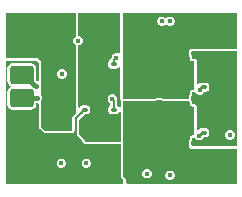
<source format=gbl>
G04*
G04 #@! TF.GenerationSoftware,Altium Limited,Altium Designer,21.8.1 (53)*
G04*
G04 Layer_Physical_Order=4*
G04 Layer_Color=16711680*
%FSLAX25Y25*%
%MOIN*%
G70*
G04*
G04 #@! TF.SameCoordinates,FA860FD0-AEA4-4FFE-92F8-4FAB6C871CC1*
G04*
G04*
G04 #@! TF.FilePolarity,Positive*
G04*
G01*
G75*
%ADD10C,0.00787*%
G04:AMPARAMS|DCode=18|XSize=23.62mil|YSize=25.59mil|CornerRadius=3.9mil|HoleSize=0mil|Usage=FLASHONLY|Rotation=270.000|XOffset=0mil|YOffset=0mil|HoleType=Round|Shape=RoundedRectangle|*
%AMROUNDEDRECTD18*
21,1,0.02362,0.01780,0,0,270.0*
21,1,0.01583,0.02559,0,0,270.0*
1,1,0.00780,-0.00890,-0.00791*
1,1,0.00780,-0.00890,0.00791*
1,1,0.00780,0.00890,0.00791*
1,1,0.00780,0.00890,-0.00791*
%
%ADD18ROUNDEDRECTD18*%
%ADD39C,0.01575*%
%ADD41C,0.01575*%
G04:AMPARAMS|DCode=42|XSize=19.68mil|YSize=13.78mil|CornerRadius=2mil|HoleSize=0mil|Usage=FLASHONLY|Rotation=180.000|XOffset=0mil|YOffset=0mil|HoleType=Round|Shape=RoundedRectangle|*
%AMROUNDEDRECTD42*
21,1,0.01968,0.00978,0,0,180.0*
21,1,0.01569,0.01378,0,0,180.0*
1,1,0.00400,-0.00784,0.00489*
1,1,0.00400,0.00784,0.00489*
1,1,0.00400,0.00784,-0.00489*
1,1,0.00400,-0.00784,-0.00489*
%
%ADD42ROUNDEDRECTD42*%
G04:AMPARAMS|DCode=43|XSize=19.68mil|YSize=15.75mil|CornerRadius=2.28mil|HoleSize=0mil|Usage=FLASHONLY|Rotation=180.000|XOffset=0mil|YOffset=0mil|HoleType=Round|Shape=RoundedRectangle|*
%AMROUNDEDRECTD43*
21,1,0.01968,0.01118,0,0,180.0*
21,1,0.01512,0.01575,0,0,180.0*
1,1,0.00457,-0.00756,0.00559*
1,1,0.00457,0.00756,0.00559*
1,1,0.00457,0.00756,-0.00559*
1,1,0.00457,-0.00756,-0.00559*
%
%ADD43ROUNDEDRECTD43*%
G04:AMPARAMS|DCode=44|XSize=78.74mil|YSize=59.06mil|CornerRadius=7.38mil|HoleSize=0mil|Usage=FLASHONLY|Rotation=0.000|XOffset=0mil|YOffset=0mil|HoleType=Round|Shape=RoundedRectangle|*
%AMROUNDEDRECTD44*
21,1,0.07874,0.04429,0,0,0.0*
21,1,0.06398,0.05906,0,0,0.0*
1,1,0.01476,0.03199,-0.02215*
1,1,0.01476,-0.03199,-0.02215*
1,1,0.01476,-0.03199,0.02215*
1,1,0.01476,0.03199,0.02215*
%
%ADD44ROUNDEDRECTD44*%
G04:AMPARAMS|DCode=45|XSize=157.48mil|YSize=98.43mil|CornerRadius=12.3mil|HoleSize=0mil|Usage=FLASHONLY|Rotation=0.000|XOffset=0mil|YOffset=0mil|HoleType=Round|Shape=RoundedRectangle|*
%AMROUNDEDRECTD45*
21,1,0.15748,0.07382,0,0,0.0*
21,1,0.13287,0.09843,0,0,0.0*
1,1,0.02461,0.06644,-0.03691*
1,1,0.02461,-0.06644,-0.03691*
1,1,0.02461,-0.06644,0.03691*
1,1,0.02461,0.06644,0.03691*
%
%ADD45ROUNDEDRECTD45*%
G04:AMPARAMS|DCode=46|XSize=157.48mil|YSize=118.11mil|CornerRadius=14.76mil|HoleSize=0mil|Usage=FLASHONLY|Rotation=180.000|XOffset=0mil|YOffset=0mil|HoleType=Round|Shape=RoundedRectangle|*
%AMROUNDEDRECTD46*
21,1,0.15748,0.08858,0,0,180.0*
21,1,0.12795,0.11811,0,0,180.0*
1,1,0.02953,-0.06398,0.04429*
1,1,0.02953,0.06398,0.04429*
1,1,0.02953,0.06398,-0.04429*
1,1,0.02953,-0.06398,-0.04429*
%
%ADD46ROUNDEDRECTD46*%
G36*
X38965Y15189D02*
X38465Y14965D01*
X38009Y15154D01*
X37384D01*
X36807Y14914D01*
X36365Y14472D01*
X36126Y13895D01*
Y13710D01*
X36122Y13705D01*
X35958Y13542D01*
X35698Y13152D01*
X35633Y12826D01*
X35318Y12615D01*
X35100Y12290D01*
X35024Y11907D01*
Y10928D01*
X35100Y10544D01*
X35318Y10219D01*
X35643Y10002D01*
X36027Y9926D01*
X37595D01*
X37979Y10002D01*
X38304Y10219D01*
X38465Y10460D01*
X38859Y10417D01*
X38965Y10377D01*
Y-20D01*
X38980Y-97D01*
Y-176D01*
X38995Y-248D01*
X38995Y-248D01*
Y-248D01*
X39025Y-321D01*
X39026Y-325D01*
X39028Y-329D01*
X39030Y-334D01*
X39044Y-404D01*
X39084Y-464D01*
X39114Y-536D01*
X39114Y-536D01*
X39114Y-536D01*
X39118Y-542D01*
X39151Y-575D01*
X39140Y-592D01*
X39125Y-669D01*
X39094Y-741D01*
X39079Y-820D01*
X39079Y-899D01*
X39063Y-976D01*
Y-2657D01*
X39044Y-2756D01*
Y-2929D01*
X38544Y-2978D01*
X38522Y-2867D01*
X38304Y-2542D01*
X38011Y-2346D01*
Y-830D01*
X37920Y-371D01*
X37854Y-272D01*
Y224D01*
X37615Y801D01*
X37173Y1243D01*
X36595Y1482D01*
X35970D01*
X35393Y1243D01*
X34951Y801D01*
X34712Y224D01*
Y-401D01*
X34951Y-979D01*
X35393Y-1420D01*
X35611Y-1511D01*
Y-2346D01*
X35318Y-2542D01*
X35100Y-2867D01*
X35024Y-3251D01*
Y-4229D01*
X35100Y-4613D01*
X35318Y-4938D01*
X35643Y-5156D01*
X36027Y-5232D01*
X37595D01*
X37979Y-5156D01*
X38304Y-4938D01*
X38522Y-4613D01*
X38544Y-4502D01*
X39044Y-4552D01*
Y-12402D01*
X39063Y-12501D01*
Y-14567D01*
X27756D01*
Y-14469D01*
X25314Y-12027D01*
Y-7092D01*
X26885Y-5521D01*
X27011Y-5404D01*
X27103Y-5330D01*
X27950D01*
X28333Y-5254D01*
X28659Y-5037D01*
X28876Y-4711D01*
X28952Y-4328D01*
Y-3349D01*
X28876Y-2966D01*
X28659Y-2640D01*
X28333Y-2423D01*
X27950Y-2347D01*
X26381D01*
X25997Y-2423D01*
X25672Y-2640D01*
X25455Y-2966D01*
X25433Y-3076D01*
X24933Y-3027D01*
X24933Y4823D01*
X24913Y4922D01*
Y17622D01*
X25214D01*
X25791Y17861D01*
X26233Y18303D01*
X26472Y18880D01*
Y19505D01*
X26233Y20083D01*
X25791Y20525D01*
X25214Y20764D01*
X24913D01*
Y28528D01*
X38965D01*
Y15189D01*
D02*
G37*
G36*
X37687Y12795D02*
X37642Y12793D01*
X37596Y12784D01*
X37548Y12769D01*
X37498Y12747D01*
X37446Y12720D01*
X37392Y12686D01*
X37337Y12646D01*
X37279Y12600D01*
X37206Y12532D01*
X37218Y12389D01*
X37231Y12312D01*
X37248Y12246D01*
X37269Y12193D01*
X37293Y12151D01*
X37322Y12122D01*
X37354Y12104D01*
X37390Y12098D01*
X36224D01*
X36260Y12104D01*
X36292Y12122D01*
X36320Y12151D01*
X36345Y12193D01*
X36366Y12246D01*
X36383Y12312D01*
X36396Y12389D01*
X36406Y12479D01*
X36413Y12693D01*
X36954D01*
X36602Y13045D01*
X36661Y13106D01*
X36760Y13223D01*
X36800Y13278D01*
X36834Y13332D01*
X36862Y13384D01*
X36883Y13434D01*
X36898Y13482D01*
X36907Y13528D01*
X36909Y13573D01*
X37687Y12795D01*
D02*
G37*
G36*
X11898Y11775D02*
X11898Y5855D01*
X11398Y5648D01*
X11390Y5656D01*
X11140Y5824D01*
X10853Y6111D01*
Y10089D01*
X10734Y10682D01*
X10398Y11186D01*
X9895Y11522D01*
X9301Y11640D01*
X2904D01*
X2310Y11522D01*
X1806Y11186D01*
X1470Y10682D01*
X1352Y10089D01*
Y5660D01*
X1470Y5066D01*
X1806Y4562D01*
X2310Y4226D01*
X2482Y4192D01*
Y3682D01*
X2310Y3648D01*
X1806Y3312D01*
X1470Y2808D01*
X1352Y2215D01*
Y-2215D01*
X1470Y-2808D01*
X1806Y-3312D01*
X2310Y-3648D01*
X2904Y-3766D01*
X9301D01*
X9895Y-3648D01*
X10398Y-3312D01*
X10734Y-2808D01*
X10853Y-2215D01*
Y-1610D01*
X10946Y-1602D01*
X11270D01*
X11398Y-1576D01*
X11538Y-1571D01*
X11582D01*
X11895Y-1977D01*
X11898Y-1986D01*
X11898Y-9547D01*
X11959Y-9853D01*
X12132Y-10112D01*
X13411Y-11392D01*
X13671Y-11565D01*
X13976Y-11626D01*
X22914D01*
X23220Y-11565D01*
X23479Y-11392D01*
X23652Y-11133D01*
X23681Y-10988D01*
X24142Y-10922D01*
X24516Y-11264D01*
Y-12027D01*
X24576Y-12333D01*
X24749Y-12592D01*
X26185Y-14027D01*
Y-14092D01*
X26424Y-14669D01*
X26866Y-15111D01*
X27444Y-15350D01*
X27679D01*
X27756Y-15366D01*
X39063D01*
Y-25984D01*
X39079Y-26061D01*
Y-26140D01*
X39093Y-26209D01*
X39123Y-26282D01*
X39124Y-26290D01*
X39129Y-26296D01*
X39162Y-26376D01*
X39212Y-26497D01*
X39212Y-26497D01*
X39212Y-26497D01*
X39322Y-26607D01*
X39366Y-26651D01*
X39370Y-26658D01*
X39377Y-26662D01*
X39432Y-26717D01*
X39491Y-26757D01*
X39564Y-26787D01*
X39629Y-26831D01*
X39808Y-26905D01*
X39862Y-26959D01*
Y-28528D01*
X803D01*
Y12489D01*
X11185D01*
X11898Y11775D01*
D02*
G37*
G36*
X66447Y3048D02*
X66427Y3055D01*
X66396Y3049D01*
X66353Y3028D01*
X66300Y2994D01*
X66235Y2945D01*
X66072Y2805D01*
X65745Y2491D01*
X65188Y3048D01*
X65307Y3168D01*
X65690Y3603D01*
X65725Y3656D01*
X65746Y3699D01*
X65752Y3730D01*
X65745Y3750D01*
X66447Y3048D01*
D02*
G37*
G36*
X77741Y16547D02*
X62775D01*
X62698Y16532D01*
X62620Y16532D01*
X62554Y16518D01*
X62481Y16488D01*
X62470Y16486D01*
X62460Y16479D01*
X62396Y16453D01*
X62266Y16399D01*
X62266Y16399D01*
X62266Y16399D01*
X62156Y16289D01*
X62046Y16179D01*
X62046Y16179D01*
X62046Y16179D01*
X61996Y16058D01*
X61965Y15985D01*
X61959Y15975D01*
X61957Y15964D01*
X61927Y15891D01*
X61913Y15825D01*
X61913Y15746D01*
X61898Y15669D01*
Y14365D01*
X61913Y14288D01*
Y14209D01*
X61933Y14163D01*
X61939Y14112D01*
X61939Y14112D01*
X61953Y14087D01*
X61959Y14059D01*
X62002Y13994D01*
X62033Y13921D01*
X62049Y13898D01*
X62067D01*
Y13819D01*
Y13279D01*
X62082Y13202D01*
X62082Y13123D01*
X62095Y13058D01*
Y13058D01*
X62125Y12985D01*
X62128Y12973D01*
X62134Y12964D01*
X62215Y12770D01*
X62435Y12549D01*
X62629Y12469D01*
X62639Y12462D01*
X62650Y12460D01*
X62723Y12430D01*
X62789Y12417D01*
X62867Y12417D01*
X62944Y12402D01*
X63622Y12402D01*
D01*
X63701D01*
X63701Y2756D01*
X63622D01*
X63622D01*
X62944Y2756D01*
X62867Y2740D01*
X62789Y2741D01*
X62723Y2727D01*
X62650Y2697D01*
X62639Y2695D01*
X62629Y2689D01*
X62435Y2608D01*
X62215Y2388D01*
X62134Y2194D01*
X62128Y2184D01*
X62125Y2173D01*
X62095Y2100D01*
X62082Y2034D01*
Y1956D01*
X62067Y1878D01*
Y1338D01*
Y1338D01*
Y1260D01*
X62049D01*
X62033Y1236D01*
X62003Y1163D01*
X61959Y1098D01*
X61944Y1021D01*
X61913Y948D01*
X61913Y870D01*
X61898Y792D01*
Y415D01*
X61815Y214D01*
Y-98D01*
X53159D01*
X53159Y-98D01*
X53119Y-72D01*
X52661Y19D01*
X50882D01*
X50424Y-72D01*
X50385Y-98D01*
X50385Y-98D01*
X50384Y-98D01*
X39782D01*
X39778Y-92D01*
X39764Y-20D01*
Y10377D01*
Y28528D01*
X77741D01*
Y16547D01*
D02*
G37*
G36*
Y-16043D02*
X63164D01*
X62697Y-15576D01*
Y-14365D01*
X62805Y-14203D01*
X62866Y-13898D01*
X62866Y-13279D01*
X62879Y-13213D01*
X62944Y-13200D01*
X63701Y-13200D01*
X63837Y-13173D01*
X63940Y-13295D01*
X64382Y-13737D01*
X64959Y-13976D01*
X65584D01*
X66162Y-13737D01*
X66603Y-13295D01*
X66763Y-12909D01*
X67517D01*
X67900Y-12833D01*
X68226Y-12615D01*
X68443Y-12290D01*
X68519Y-11907D01*
Y-10928D01*
X68443Y-10544D01*
X68226Y-10219D01*
X67900Y-10002D01*
X67517Y-9926D01*
X65948D01*
X65564Y-10002D01*
X65239Y-10219D01*
X65022Y-10544D01*
X65000Y-10546D01*
X64500Y-10085D01*
X64500Y-2756D01*
X64439Y-2450D01*
X64266Y-2191D01*
X64007Y-2018D01*
X63701Y-1957D01*
X63298D01*
X63225Y-1943D01*
X63164Y-1901D01*
X62921Y-1659D01*
X62880Y-1598D01*
X62866Y-1525D01*
Y-1260D01*
X62850Y-1183D01*
X62849Y-1176D01*
X62849Y-1176D01*
X62805Y-954D01*
X62697Y-792D01*
Y714D01*
X62697Y714D01*
Y792D01*
X62741Y858D01*
X62741Y858D01*
X62805Y954D01*
X62836Y1110D01*
X62836Y1110D01*
X62866Y1260D01*
Y1878D01*
X62872Y1888D01*
X62891Y1932D01*
X62935Y1950D01*
X62944Y1957D01*
X62944Y1957D01*
X63701Y1957D01*
X64007Y2018D01*
X64009Y2017D01*
X64072Y1866D01*
X64514Y1424D01*
X65091Y1185D01*
X65716D01*
X66294Y1424D01*
X66735Y1866D01*
X66894Y2248D01*
X67517D01*
X67900Y2325D01*
X68226Y2542D01*
X68443Y2867D01*
X68519Y3251D01*
Y4229D01*
X68443Y4613D01*
X68226Y4938D01*
X67900Y5156D01*
X67517Y5232D01*
X65948D01*
X65564Y5156D01*
X65239Y4938D01*
X65061Y4672D01*
X65000Y4662D01*
X64500Y5031D01*
X64500Y12402D01*
X64439Y12707D01*
X64266Y12966D01*
X64007Y13140D01*
X63701Y13200D01*
X63333D01*
X62866Y13358D01*
X62866Y13358D01*
Y13898D01*
X62805Y14203D01*
X62741Y14300D01*
X62741Y14300D01*
X62697Y14365D01*
Y14444D01*
X62697Y14444D01*
Y15281D01*
X62814Y15630D01*
X63164Y15748D01*
X77741D01*
Y-16043D01*
D02*
G37*
G36*
X52847Y-832D02*
X52853Y-836D01*
X52930Y-852D01*
X53003Y-882D01*
X53082Y-882D01*
X53159Y-897D01*
X61815D01*
X62024Y-1260D01*
X62067D01*
Y-1338D01*
D01*
Y-1603D01*
X62128Y-1909D01*
X62301Y-2168D01*
X62654Y-2522D01*
X62914Y-2695D01*
X63219Y-2756D01*
X63701D01*
X63701Y-12402D01*
X63622D01*
X63622D01*
X62866Y-12402D01*
X62560Y-12462D01*
X62301Y-12636D01*
X62301Y-12636D01*
X62128Y-12895D01*
X62067Y-13200D01*
X62067Y-13819D01*
D01*
Y-13898D01*
X62048D01*
X62033Y-13921D01*
X62003Y-13994D01*
X61959Y-14059D01*
X61944Y-14137D01*
X61913Y-14209D01*
Y-14288D01*
X61898Y-14365D01*
Y-16043D01*
X61959Y-16349D01*
X62132Y-16608D01*
X62391Y-16781D01*
X62697Y-16842D01*
X77741D01*
Y-28528D01*
X41210D01*
X40876Y-28028D01*
X40941Y-27872D01*
Y-27247D01*
X40702Y-26669D01*
X40260Y-26227D01*
X39935Y-26093D01*
X39876Y-26053D01*
X39862Y-25984D01*
Y-15366D01*
Y-12402D01*
X39843D01*
Y-2756D01*
X39862D01*
Y-976D01*
X39878Y-897D01*
X50385D01*
X50462Y-882D01*
X50540D01*
X50613Y-852D01*
X50690Y-836D01*
X50696Y-832D01*
X50961Y-780D01*
X52583D01*
X52847Y-832D01*
D02*
G37*
G36*
X10042Y1144D02*
X10079Y1069D01*
X10141Y1003D01*
X10228Y946D01*
X10340Y898D01*
X10476Y858D01*
X10637Y827D01*
X10823Y805D01*
X11034Y792D01*
X11270Y787D01*
Y-787D01*
X11034Y-792D01*
X10637Y-827D01*
X10476Y-858D01*
X10340Y-898D01*
X10228Y-946D01*
X10141Y-1003D01*
X10079Y-1069D01*
X10042Y-1144D01*
X10030Y-1228D01*
Y1228D01*
X10042Y1144D01*
D02*
G37*
G36*
X37209Y-2412D02*
X37220Y-2548D01*
X37240Y-2668D01*
X37267Y-2772D01*
X37302Y-2860D01*
X37345Y-2932D01*
X37395Y-2988D01*
X37454Y-3028D01*
X37520Y-3052D01*
X37594Y-3060D01*
X36028D01*
X36102Y-3052D01*
X36168Y-3028D01*
X36227Y-2988D01*
X36277Y-2932D01*
X36320Y-2860D01*
X36355Y-2772D01*
X36382Y-2668D01*
X36402Y-2548D01*
X36413Y-2412D01*
X36417Y-2260D01*
X37205D01*
X37209Y-2412D01*
D02*
G37*
G36*
X27291Y-4531D02*
X27230Y-4487D01*
X27158Y-4464D01*
X27074D01*
X26979Y-4487D01*
X26874Y-4531D01*
X26757Y-4598D01*
X26629Y-4687D01*
X26489Y-4798D01*
X26178Y-5088D01*
X25621Y-4531D01*
X25777Y-4370D01*
X26022Y-4080D01*
X26111Y-3952D01*
X26178Y-3835D01*
X26222Y-3729D01*
X26244Y-3635D01*
Y-3551D01*
X26222Y-3479D01*
X26178Y-3418D01*
X27291Y-4531D01*
D02*
G37*
G36*
X24114Y20567D02*
X24012Y20525D01*
X23570Y20083D01*
X23331Y19505D01*
Y18880D01*
X23570Y18303D01*
X24012Y17861D01*
X24114Y17819D01*
Y4823D01*
X24134D01*
X24134Y-4823D01*
X24114D01*
Y-4897D01*
X23266Y-5746D01*
X23005Y-6135D01*
X22990Y-6211D01*
X22914Y-6594D01*
Y-10827D01*
X13976D01*
X12697Y-9547D01*
X12697Y-692D01*
X12749Y-613D01*
X12780Y-458D01*
X12841Y-313D01*
Y-155D01*
X12871Y0D01*
X12841Y155D01*
Y313D01*
X12780Y458D01*
X12749Y613D01*
X12697Y692D01*
X12697Y12106D01*
X11516Y13287D01*
X803D01*
Y28528D01*
X24114D01*
Y20567D01*
D02*
G37*
G36*
X66391Y-12020D02*
X66378Y-12033D01*
X66455Y-12110D01*
X66434Y-12101D01*
X66402Y-12107D01*
X66359Y-12128D01*
X66304Y-12162D01*
X66239Y-12211D01*
X66178Y-12262D01*
X66150Y-12302D01*
X66119Y-12351D01*
X66093Y-12398D01*
X66073Y-12442D01*
X66059Y-12484D01*
X66050Y-12523D01*
X65987Y-12435D01*
X65745Y-12666D01*
X65188Y-12110D01*
X65307Y-11989D01*
X65503Y-11766D01*
X65405Y-11629D01*
X65451Y-11634D01*
X65498Y-11631D01*
X65547Y-11621D01*
X65598Y-11604D01*
X65651Y-11581D01*
X65679Y-11565D01*
X65692Y-11550D01*
X65727Y-11496D01*
X65747Y-11452D01*
X65753Y-11420D01*
X65745Y-11399D01*
X65816Y-11470D01*
X65819Y-11468D01*
X65878Y-11417D01*
X65939Y-11358D01*
X66391Y-12020D01*
D02*
G37*
%LPC*%
G36*
X27970Y-20083D02*
X27345D01*
X26768Y-20322D01*
X26326Y-20764D01*
X26087Y-21341D01*
Y-21966D01*
X26326Y-22543D01*
X26768Y-22985D01*
X27345Y-23224D01*
X27970D01*
X28547Y-22985D01*
X28989Y-22543D01*
X29228Y-21966D01*
Y-21341D01*
X28989Y-20764D01*
X28547Y-20322D01*
X27970Y-20083D01*
D02*
G37*
G36*
X19604D02*
X18979D01*
X18402Y-20322D01*
X17960Y-20764D01*
X17720Y-21341D01*
Y-21966D01*
X17960Y-22543D01*
X18402Y-22985D01*
X18979Y-23224D01*
X19604D01*
X20181Y-22985D01*
X20623Y-22543D01*
X20862Y-21966D01*
Y-21341D01*
X20623Y-20764D01*
X20181Y-20322D01*
X19604Y-20083D01*
D02*
G37*
G36*
X55836Y27256D02*
X55211D01*
X54634Y27017D01*
X54466Y26849D01*
X54140Y26613D01*
X53813Y26849D01*
X53646Y27017D01*
X53068Y27256D01*
X52443D01*
X51866Y27017D01*
X51424Y26575D01*
X51185Y25997D01*
Y25373D01*
X51424Y24795D01*
X51866Y24353D01*
X52443Y24114D01*
X53068D01*
X53646Y24353D01*
X53813Y24521D01*
X54140Y24757D01*
X54466Y24521D01*
X54634Y24353D01*
X55211Y24114D01*
X55836D01*
X56413Y24353D01*
X56855Y24795D01*
X57094Y25373D01*
Y25997D01*
X56855Y26575D01*
X56413Y27017D01*
X55836Y27256D01*
D02*
G37*
G36*
X75903Y-10634D02*
X75278D01*
X74701Y-10873D01*
X74259Y-11315D01*
X74020Y-11892D01*
Y-12517D01*
X74259Y-13094D01*
X74701Y-13536D01*
X75278Y-13776D01*
X75903D01*
X76480Y-13536D01*
X76922Y-13094D01*
X77161Y-12517D01*
Y-11892D01*
X76922Y-11315D01*
X76480Y-10873D01*
X75903Y-10634D01*
D02*
G37*
G36*
X48225Y-23528D02*
X47600D01*
X47023Y-23767D01*
X46581Y-24209D01*
X46342Y-24786D01*
Y-25411D01*
X46581Y-25988D01*
X47023Y-26430D01*
X47600Y-26669D01*
X48225D01*
X48803Y-26430D01*
X49245Y-25988D01*
X49484Y-25411D01*
Y-24786D01*
X49245Y-24209D01*
X48803Y-23767D01*
X48225Y-23528D01*
D02*
G37*
G36*
X55874Y-24114D02*
X55249D01*
X54671Y-24353D01*
X54229Y-24795D01*
X53990Y-25373D01*
Y-25997D01*
X54229Y-26575D01*
X54671Y-27017D01*
X55249Y-27256D01*
X55874D01*
X56451Y-27017D01*
X56893Y-26575D01*
X57132Y-25997D01*
Y-25373D01*
X56893Y-24795D01*
X56451Y-24353D01*
X55874Y-24114D01*
D02*
G37*
G36*
X19899Y9642D02*
X19274D01*
X18697Y9403D01*
X18255Y8961D01*
X18016Y8383D01*
Y7758D01*
X18255Y7181D01*
X18697Y6739D01*
X19274Y6500D01*
X19899D01*
X20476Y6739D01*
X20918Y7181D01*
X21158Y7758D01*
Y8383D01*
X20918Y8961D01*
X20476Y9403D01*
X19899Y9642D01*
D02*
G37*
%LPD*%
D10*
X66437Y3445D02*
X66732Y3740D01*
X65404Y2756D02*
X65453D01*
X66142Y3445D02*
X66437D01*
X65453Y2756D02*
X66142Y3445D01*
X65449Y-12405D02*
X66437Y-11417D01*
X66732D01*
X65272Y-12405D02*
X65449D01*
X36811Y-3740D02*
Y-830D01*
X36283Y-302D02*
Y-89D01*
Y-302D02*
X36811Y-830D01*
X36807Y12693D02*
X37697Y13583D01*
X36807Y11421D02*
Y12693D01*
Y11421D02*
X36811Y11417D01*
X24114Y-12992D02*
Y-6594D01*
X26870Y-3839D01*
X27165D01*
D18*
X51772Y1969D02*
D03*
X51772Y-1969D02*
D03*
D39*
X10175Y4524D02*
X10258D01*
X9252Y5446D02*
Y5709D01*
X10803Y3979D02*
X10853D01*
X10258Y4524D02*
X10803Y3979D01*
X9252Y5446D02*
X10175Y4524D01*
X7087Y7874D02*
X9252Y5709D01*
X5906Y7874D02*
X7087D01*
X6348Y0D02*
X11270D01*
D41*
X71260Y14764D02*
D03*
X73228D02*
D03*
Y12795D02*
D03*
X71260D02*
D03*
X73228Y10827D02*
D03*
X71260D02*
D03*
X73228Y8858D02*
D03*
X71260D02*
D03*
X67323Y10827D02*
D03*
Y6890D02*
D03*
X65404Y2756D02*
D03*
X65354Y6890D02*
D03*
Y8858D02*
D03*
X67323D02*
D03*
X69291Y10827D02*
D03*
Y8858D02*
D03*
Y6890D02*
D03*
Y4921D02*
D03*
X69291Y-98D02*
D03*
Y-2067D02*
D03*
Y-4035D02*
D03*
Y-6004D02*
D03*
Y-7972D02*
D03*
Y-11909D02*
D03*
Y-9941D02*
D03*
X67323Y-7972D02*
D03*
Y-6004D02*
D03*
Y-4035D02*
D03*
Y-2067D02*
D03*
Y-98D02*
D03*
X63386D02*
D03*
X65354D02*
D03*
Y-2067D02*
D03*
Y-4035D02*
D03*
Y-6004D02*
D03*
Y-7972D02*
D03*
X65272Y-12405D02*
D03*
X36283Y-89D02*
D03*
X10853Y3979D02*
D03*
X38287Y-20571D02*
D03*
X30413D02*
D03*
X36319D02*
D03*
X34350D02*
D03*
X32382D02*
D03*
Y-18602D02*
D03*
X34350D02*
D03*
X36319D02*
D03*
X28445D02*
D03*
X30413D02*
D03*
X38287D02*
D03*
X30413Y-16634D02*
D03*
X28445D02*
D03*
X36319D02*
D03*
X34350D02*
D03*
X32382D02*
D03*
X38287D02*
D03*
X10827Y-8071D02*
D03*
X6102Y-11713D02*
D03*
X8465D02*
D03*
Y-14764D02*
D03*
X75590Y-12205D02*
D03*
X37697Y13583D02*
D03*
X33366Y13484D02*
D03*
X29528Y18996D02*
D03*
X47913Y-25098D02*
D03*
X55524Y25685D02*
D03*
X19587Y8071D02*
D03*
X39370Y-27559D02*
D03*
X33465D02*
D03*
X35433D02*
D03*
X37402D02*
D03*
X23622D02*
D03*
X25591D02*
D03*
X27559D02*
D03*
X29528D02*
D03*
X31496D02*
D03*
X3937D02*
D03*
X5906D02*
D03*
X7874D02*
D03*
X9843D02*
D03*
X11811D02*
D03*
X13780D02*
D03*
X15748D02*
D03*
X17717D02*
D03*
X19685D02*
D03*
X21654D02*
D03*
X1969Y-5905D02*
D03*
Y-7874D02*
D03*
Y-9843D02*
D03*
Y-11811D02*
D03*
Y-13780D02*
D03*
Y-15748D02*
D03*
Y-17717D02*
D03*
Y-19685D02*
D03*
Y-21654D02*
D03*
Y-23622D02*
D03*
Y-25591D02*
D03*
X6102Y-14764D02*
D03*
X10728D02*
D03*
X1969Y-27559D02*
D03*
X10827Y-11713D02*
D03*
Y-4331D02*
D03*
X19291Y-21654D02*
D03*
X27657D02*
D03*
X27756Y-13780D02*
D03*
X29724D02*
D03*
X31693D02*
D03*
X11270Y0D02*
D03*
X24902Y19193D02*
D03*
X36024Y2362D02*
D03*
X52756Y25685D02*
D03*
X55561Y-25685D02*
D03*
D42*
X66732Y11417D02*
D03*
Y8858D02*
D03*
Y6299D02*
D03*
Y3740D02*
D03*
X36811Y-3740D02*
D03*
Y-6299D02*
D03*
Y-8858D02*
D03*
Y-11417D02*
D03*
Y11417D02*
D03*
Y8858D02*
D03*
Y6299D02*
D03*
Y3740D02*
D03*
X66732Y-11417D02*
D03*
X66732Y-8858D02*
D03*
X66732Y-6299D02*
D03*
X66732Y-3740D02*
D03*
X27165Y-3839D02*
D03*
Y-1280D02*
D03*
Y1280D02*
D03*
X27165Y3839D02*
D03*
D43*
X55709Y3740D02*
D03*
Y6299D02*
D03*
Y8858D02*
D03*
Y11417D02*
D03*
X47835Y-11417D02*
D03*
Y-8858D02*
D03*
Y-6299D02*
D03*
Y-3740D02*
D03*
Y3740D02*
D03*
Y6299D02*
D03*
X47835Y8858D02*
D03*
X47835Y11417D02*
D03*
X55709Y-3740D02*
D03*
X55709Y-6299D02*
D03*
X55709Y-8858D02*
D03*
Y-11417D02*
D03*
X16142Y3839D02*
D03*
X16142Y1280D02*
D03*
X16142Y-1280D02*
D03*
Y-3839D02*
D03*
D44*
X6102Y7874D02*
D03*
X5906Y-7874D02*
D03*
X6102Y0D02*
D03*
D45*
X68898Y22638D02*
D03*
Y-22638D02*
D03*
D46*
X9843Y-21654D02*
D03*
Y21654D02*
D03*
M02*

</source>
